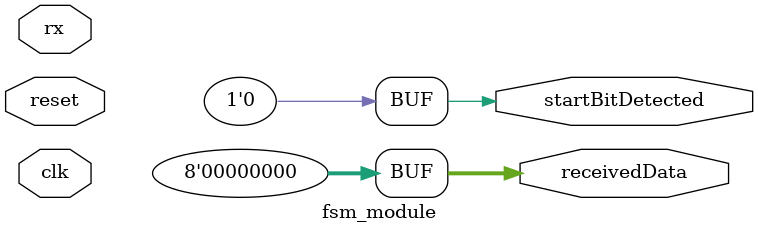
<source format=v>
module fsm_module (
  input clk,
  input reset,
  input rx,
  output reg startBitDetected,
  output reg [7:0] receivedData
);

  parameter IDLE = 3'b000;
  parameter START_BIT = 3'b001;
  parameter DATA_BITS = 3'b010;
  parameter STOP_BIT = 3'b011;

  reg [2:0] current_state;
  reg [2:0] next_state;

  always @(posedge clk or posedge reset) begin
    if (reset) begin
      current_state <= IDLE;
    end else begin
      current_state <= next_state;
    end
  end

  always @(current_state or rx) begin
    case (current_state)
      IDLE:
        begin
          startBitDetected <= 0;
          receivedData <= 0;
          if (rx == 0) begin
            next_state = START_BIT;
          end
        end
      START_BIT:
        begin
          startBitDetected <= 1;
          next_state = DATA_BITS;
        end
      DATA_BITS:
        begin
          receivedData <= {receivedData[6:0], rx};
          next_state = (startBitDetected && receivedData == 8'b11111110) ? STOP_BIT : DATA_BITS;
        end
      STOP_BIT:
        begin
          startBitDetected <= 0;
          next_state = IDLE;
        end
      default:
        begin
          startBitDetected <= 0;
          receivedData <= 0;
          next_state = IDLE;
        end
    endcase
  end
  always @(*) begin
    startBitDetected <= 0;
    receivedData <= 0;
  end
endmodule
</source>
